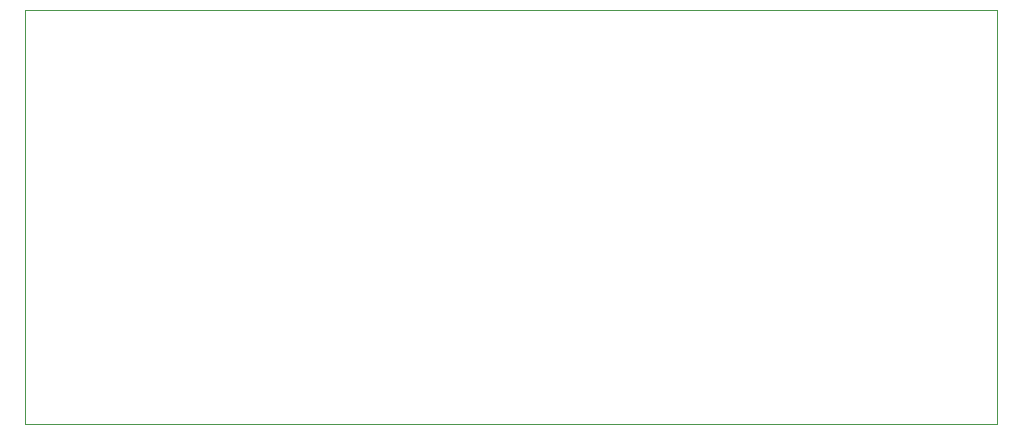
<source format=gbr>
%TF.GenerationSoftware,KiCad,Pcbnew,(5.1.10-1-10_14)*%
%TF.CreationDate,2021-10-28T11:05:28-04:00*%
%TF.ProjectId,ALU-smd,414c552d-736d-4642-9e6b-696361645f70,rev?*%
%TF.SameCoordinates,Original*%
%TF.FileFunction,Profile,NP*%
%FSLAX46Y46*%
G04 Gerber Fmt 4.6, Leading zero omitted, Abs format (unit mm)*
G04 Created by KiCad (PCBNEW (5.1.10-1-10_14)) date 2021-10-28 11:05:28*
%MOMM*%
%LPD*%
G01*
G04 APERTURE LIST*
%TA.AperFunction,Profile*%
%ADD10C,0.050000*%
%TD*%
G04 APERTURE END LIST*
D10*
X72898000Y-131318000D02*
X72898000Y-164592000D01*
X155194000Y-131318000D02*
X72898000Y-131318000D01*
X155194000Y-164592000D02*
X155194000Y-131318000D01*
X155194000Y-166370000D02*
X72898000Y-166370000D01*
X155194000Y-164592000D02*
X155194000Y-166370000D01*
X72898000Y-164592000D02*
X72898000Y-166370000D01*
M02*

</source>
